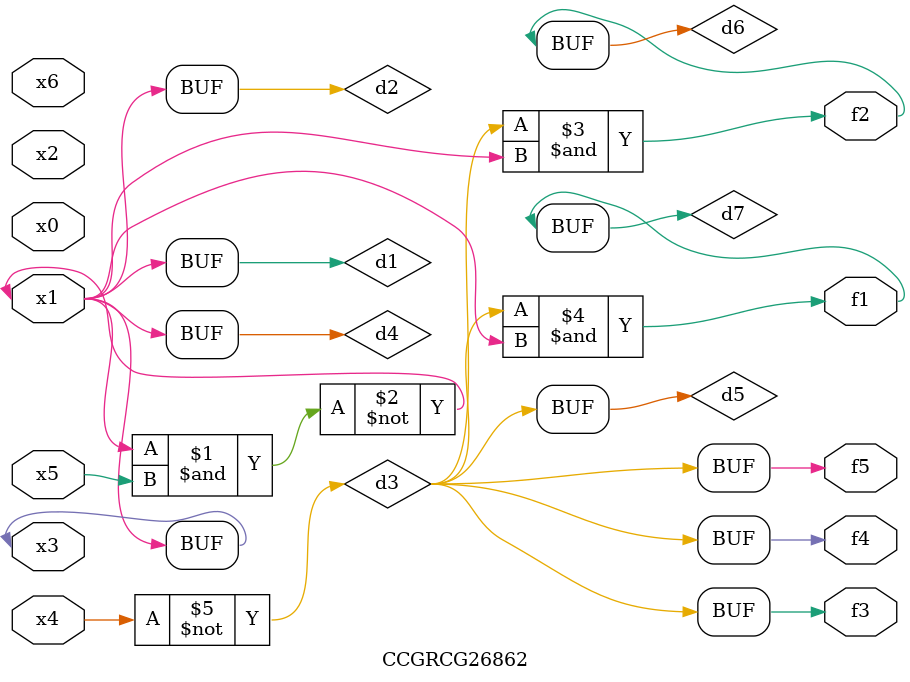
<source format=v>
module CCGRCG26862(
	input x0, x1, x2, x3, x4, x5, x6,
	output f1, f2, f3, f4, f5
);

	wire d1, d2, d3, d4, d5, d6, d7;

	buf (d1, x1, x3);
	nand (d2, x1, x5);
	not (d3, x4);
	buf (d4, d1, d2);
	buf (d5, d3);
	and (d6, d3, d4);
	and (d7, d3, d4);
	assign f1 = d7;
	assign f2 = d6;
	assign f3 = d5;
	assign f4 = d5;
	assign f5 = d5;
endmodule

</source>
